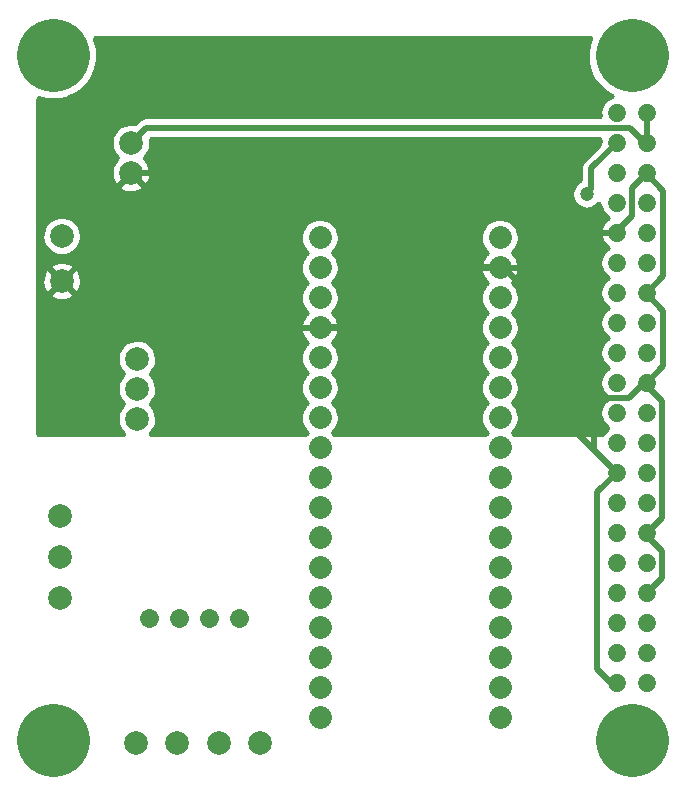
<source format=gtl>
G04 ( created by brdgerber.py ( brdgerber.py v0.1 2014-03-12 ) ) date 2021-01-26 02:29:11 EST*
G04 Gerber Fmt 3.4, Leading zero omitted, Abs format*
%MOIN*%
%FSLAX34Y34*%
G01*
G70*
G90*
G04 APERTURE LIST*
%ADD15C,0.0200*%
%ADD18C,0.0060*%
%ADD19C,0.0787*%
%ADD11C,0.0000*%
%ADD10C,0.0760*%
%ADD12C,0.0050*%
%ADD21C,0.0100*%
%ADD13C,0.0589*%
%ADD16C,0.0787*%
%ADD14C,0.2440*%
%ADD20C,0.0472*%
%ADD17C,0.0642*%
G04 APERTURE END LIST*
G54D15*
D10*
G01X-01600Y-09500D02*
G01X-01600Y-09500D01*
D10*
G01X-01600Y-08500D02*
G01X-01600Y-08500D01*
D10*
G01X-01600Y-07500D02*
G01X-01600Y-07500D01*
D10*
G01X-01600Y-06500D02*
G01X-01600Y-06500D01*
D10*
G01X-01600Y-05500D02*
G01X-01600Y-05500D01*
D10*
G01X-01600Y-04500D02*
G01X-01600Y-04500D01*
D10*
G01X-01600Y-03500D02*
G01X-01600Y-03500D01*
D10*
G01X-01600Y-02500D02*
G01X-01600Y-02500D01*
D10*
G01X-01600Y-01500D02*
G01X-01600Y-01500D01*
D10*
G01X-01600Y-00500D02*
G01X-01600Y-00500D01*
D10*
G01X-01600Y00500D02*
G01X-01600Y00500D01*
D10*
G01X04400Y03500D02*
G01X04400Y03500D01*
D10*
G01X04400Y02500D02*
G01X04400Y02500D01*
D10*
G01X-01600Y03500D02*
G01X-01600Y03500D01*
D10*
G01X-01600Y04500D02*
G01X-01600Y04500D01*
D10*
G01X-01600Y05500D02*
G01X-01600Y05500D01*
D10*
G01X-01600Y06500D02*
G01X-01600Y06500D01*
D10*
G01X04400Y06500D02*
G01X04400Y06500D01*
D10*
G01X04400Y05500D02*
G01X04400Y05500D01*
D10*
G01X04400Y04500D02*
G01X04400Y04500D01*
D10*
G01X-01600Y01500D02*
G01X-01600Y01500D01*
D10*
G01X-01600Y02500D02*
G01X-01600Y02500D01*
D10*
G01X04400Y01500D02*
G01X04400Y01500D01*
D10*
G01X04400Y00500D02*
G01X04400Y00500D01*
D10*
G01X04400Y-00500D02*
G01X04400Y-00500D01*
D10*
G01X04400Y-01500D02*
G01X04400Y-01500D01*
D10*
G01X04400Y-02500D02*
G01X04400Y-02500D01*
D10*
G01X04400Y-03500D02*
G01X04400Y-03500D01*
D10*
G01X04400Y-04500D02*
G01X04400Y-04500D01*
D10*
G01X04400Y-05500D02*
G01X04400Y-05500D01*
D10*
G01X04400Y-06500D02*
G01X04400Y-06500D01*
D10*
G01X04400Y-07500D02*
G01X04400Y-07500D01*
D10*
G01X04400Y-08500D02*
G01X04400Y-08500D01*
D10*
G01X04400Y-09500D02*
G01X04400Y-09500D01*
D13*
G01X08295Y10650D02*
G01X08295Y10650D01*
D13*
G01X09295Y10650D02*
G01X09295Y10650D01*
D13*
G01X08295Y09650D02*
G01X08295Y09650D01*
D13*
G01X09295Y09650D02*
G01X09295Y09650D01*
D13*
G01X08295Y08650D02*
G01X08295Y08650D01*
D13*
G01X09295Y08650D02*
G01X09295Y08650D01*
D13*
G01X08295Y07650D02*
G01X08295Y07650D01*
D13*
G01X09295Y07650D02*
G01X09295Y07650D01*
D13*
G01X08295Y06650D02*
G01X08295Y06650D01*
D13*
G01X09295Y06650D02*
G01X09295Y06650D01*
D13*
G01X08295Y05650D02*
G01X08295Y05650D01*
D13*
G01X09295Y05650D02*
G01X09295Y05650D01*
D13*
G01X08295Y04650D02*
G01X08295Y04650D01*
D13*
G01X09295Y04650D02*
G01X09295Y04650D01*
D13*
G01X08295Y03650D02*
G01X08295Y03650D01*
D13*
G01X09295Y03650D02*
G01X09295Y03650D01*
D13*
G01X08295Y02650D02*
G01X08295Y02650D01*
D13*
G01X09295Y02650D02*
G01X09295Y02650D01*
D13*
G01X08295Y01650D02*
G01X08295Y01650D01*
D13*
G01X09295Y01650D02*
G01X09295Y01650D01*
D13*
G01X08295Y00650D02*
G01X08295Y00650D01*
D13*
G01X09295Y00650D02*
G01X09295Y00650D01*
D13*
G01X08295Y-00350D02*
G01X08295Y-00350D01*
D13*
G01X09295Y-00350D02*
G01X09295Y-00350D01*
D13*
G01X08295Y-01350D02*
G01X08295Y-01350D01*
D13*
G01X09295Y-01350D02*
G01X09295Y-01350D01*
D13*
G01X08295Y-02350D02*
G01X08295Y-02350D01*
D13*
G01X09295Y-02350D02*
G01X09295Y-02350D01*
D13*
G01X08295Y-03350D02*
G01X08295Y-03350D01*
D13*
G01X09295Y-03350D02*
G01X09295Y-03350D01*
D13*
G01X08295Y-04350D02*
G01X08295Y-04350D01*
D13*
G01X09295Y-04350D02*
G01X09295Y-04350D01*
D13*
G01X08295Y-05350D02*
G01X08295Y-05350D01*
D13*
G01X09295Y-05350D02*
G01X09295Y-05350D01*
D13*
G01X08295Y-06350D02*
G01X08295Y-06350D01*
D13*
G01X09295Y-06350D02*
G01X09295Y-06350D01*
D13*
G01X08295Y-07350D02*
G01X08295Y-07350D01*
D13*
G01X09295Y-07350D02*
G01X09295Y-07350D01*
D13*
G01X08295Y-08350D02*
G01X08295Y-08350D01*
D13*
G01X09295Y-08350D02*
G01X09295Y-08350D01*
D14*
G01X-10496Y12568D02*
G01X-10496Y12568D01*
D14*
G01X08795Y12568D02*
G01X08795Y12568D01*
D14*
G01X08795Y-10267D02*
G01X08795Y-10267D01*
D14*
G01X-10496Y-10267D02*
G01X-10496Y-10267D01*
D16*
X-07900Y09650D03*
D16*
X-07900Y08650D03*
D16*
X-07700Y02450D03*
D16*
X-07700Y01450D03*
D16*
X-07700Y00450D03*
D16*
X-07728Y-10350D03*
D16*
X-06350Y-10350D03*
D16*
X-04972Y-10350D03*
D16*
X-03594Y-10350D03*
D17*
G01X-07300Y-06200D02*
G01X-07300Y-06200D01*
D17*
G01X-06300Y-06200D02*
G01X-06300Y-06200D01*
D17*
G01X-05300Y-06200D02*
G01X-05300Y-06200D01*
D17*
G01X-04300Y-06200D02*
G01X-04300Y-06200D01*
D16*
X-10250Y-02772D03*
D16*
X-10250Y-04150D03*
D16*
X-10250Y-05528D03*
D19*
X-10200Y06550D03*
D19*
X-10200Y05050D03*
D15*
G01X07300Y06650D02*
G01X05300Y08650D01*
D15*
G01X05300Y08650D02*
G01X-07900Y08650D01*
D15*
G01X08300Y06650D02*
G01X07300Y06650D01*
D15*
G01X-07400Y10150D02*
G01X-07900Y09650D01*
D15*
G01X08750Y10150D02*
G01X-07400Y10150D01*
D15*
G01X09300Y09650D02*
G01X09250Y09650D01*
D15*
G01X09250Y09650D02*
G01X08750Y10150D01*
D15*
G01X09300Y09650D02*
G01X09300Y10650D01*
D15*
G01X09300Y08650D02*
G01X09300Y08600D01*
D15*
G01X09300Y08600D02*
G01X09850Y08050D01*
D15*
G01X09850Y08050D02*
G01X09850Y05200D01*
D15*
G01X09850Y05200D02*
G01X09300Y04650D01*
D15*
G01X09300Y04650D02*
G01X09300Y04600D01*
D15*
G01X09300Y04600D02*
G01X09850Y04050D01*
D15*
G01X09850Y04050D02*
G01X09850Y02200D01*
D15*
G01X09850Y02200D02*
G01X09300Y01650D01*
D15*
G01X09300Y01650D02*
G01X09200Y01650D01*
D15*
G01X09200Y01650D02*
G01X08700Y01150D01*
D15*
G01X08700Y01150D02*
G01X08000Y01150D01*
D15*
G01X08000Y01150D02*
G01X07550Y00700D01*
D15*
G01X07550Y00700D02*
G01X07550Y-00600D01*
D15*
G01X07550Y-00600D02*
G01X08300Y-01350D01*
D15*
G01X09300Y01650D02*
G01X09300Y01550D01*
D15*
G01X09300Y01550D02*
G01X09800Y01050D01*
D15*
G01X09800Y01050D02*
G01X09800Y-02850D01*
D15*
G01X09800Y-02850D02*
G01X09300Y-03350D01*
D15*
G01X09300Y-03350D02*
G01X09300Y-03450D01*
D15*
G01X09300Y-03450D02*
G01X09800Y-03950D01*
D15*
G01X09800Y-03950D02*
G01X09800Y-04850D01*
D15*
G01X09800Y-04850D02*
G01X09300Y-05350D01*
D15*
G01X08300Y-08350D02*
G01X08100Y-08350D01*
D15*
G01X08100Y-08350D02*
G01X07650Y-07900D01*
D15*
G01X07650Y-07900D02*
G01X07650Y-02000D01*
D15*
G01X07650Y-02000D02*
G01X08300Y-01350D01*
D15*
G01X08300Y06650D02*
G01X08300Y06700D01*
D15*
G01X08300Y06700D02*
G01X08800Y07200D01*
D15*
G01X08800Y07200D02*
G01X08800Y08150D01*
D15*
G01X08800Y08150D02*
G01X09300Y08650D01*
D15*
G01X04400Y05500D02*
G01X04500Y05500D01*
D15*
G01X04500Y05500D02*
G01X05300Y04700D01*
D15*
G01X05300Y04700D02*
G01X05300Y00750D01*
D15*
G01X05300Y00750D02*
G01X06100Y-00050D01*
D15*
G01X06100Y-00050D02*
G01X07000Y-00050D01*
D15*
G01X07000Y-00050D02*
G01X07550Y-00600D01*
D15*
G01X04400Y05500D02*
G01X01400Y05500D01*
D15*
G01X01400Y05500D02*
G01X-00600Y03500D01*
D15*
G01X-00600Y03500D02*
G01X-01600Y03500D01*
D20*
X07300Y07950D03*
D15*
G01X07300Y07950D02*
G01X07450Y08100D01*
D15*
G01X07450Y08100D02*
G01X07450Y08800D01*
D15*
G01X07450Y08800D02*
G01X08300Y09650D01*
G36*
G01X07817Y-00085D02*
G01X07876Y-00003D01*
G01X07942Y00064D01*
G01X08018Y00124D01*
G01X08023Y00162D01*
G01X08000Y00193D01*
G01X07907Y00267D01*
G01X07844Y00347D01*
G01X07796Y00432D01*
G01X07768Y00514D01*
G01X07755Y00580D01*
G01X07751Y00675D01*
G01X07769Y00791D01*
G01X07806Y00890D01*
G01X07848Y00962D01*
G01X07912Y01038D01*
G01X08016Y01121D01*
G01X08024Y01161D01*
G01X08000Y01193D01*
G01X07907Y01267D01*
G01X07844Y01347D01*
G01X07796Y01432D01*
G01X07768Y01514D01*
G01X07755Y01580D01*
G01X07751Y01675D01*
G01X07769Y01791D01*
G01X07806Y01890D01*
G01X07848Y01962D01*
G01X07912Y02038D01*
G01X08016Y02121D01*
G01X08024Y02161D01*
G01X08000Y02193D01*
G01X07907Y02267D01*
G01X07844Y02347D01*
G01X07796Y02432D01*
G01X07768Y02514D01*
G01X07755Y02580D01*
G01X07751Y02675D01*
G01X07769Y02791D01*
G01X07806Y02890D01*
G01X07847Y02961D01*
G01X07912Y03038D01*
G01X08016Y03121D01*
G01X08024Y03161D01*
G01X08000Y03193D01*
G01X07907Y03267D01*
G01X07844Y03347D01*
G01X07796Y03432D01*
G01X07768Y03514D01*
G01X07755Y03580D01*
G01X07751Y03675D01*
G01X07769Y03791D01*
G01X07806Y03890D01*
G01X07847Y03961D01*
G01X07912Y04038D01*
G01X08016Y04121D01*
G01X08024Y04161D01*
G01X08000Y04193D01*
G01X07907Y04267D01*
G01X07844Y04347D01*
G01X07796Y04432D01*
G01X07768Y04514D01*
G01X07755Y04580D01*
G01X07751Y04675D01*
G01X07769Y04791D01*
G01X07806Y04890D01*
G01X07847Y04961D01*
G01X07912Y05038D01*
G01X08016Y05121D01*
G01X08024Y05161D01*
G01X08000Y05193D01*
G01X07907Y05268D01*
G01X07844Y05347D01*
G01X07796Y05432D01*
G01X07768Y05514D01*
G01X07755Y05580D01*
G01X05027Y05550D01*
G01X03774Y05550D01*
G01X-00971Y05535D01*
G01X-00973Y05439D01*
G01X-01000Y05309D01*
G01X-01055Y05184D01*
G01X-01127Y05084D01*
G01X-01176Y05041D01*
G01X-01193Y05010D01*
G01X-01185Y04976D01*
G01X-01075Y04849D01*
G01X-01015Y04733D01*
G01X-00979Y04606D01*
G01X-00971Y04535D01*
G01X-00973Y04439D01*
G01X-01000Y04309D01*
G01X-01055Y04184D01*
G01X-01127Y04084D01*
G01X-01176Y04041D01*
G01X-01193Y04010D01*
G01X-01185Y03976D01*
G01X-01075Y03849D01*
G01X-01015Y03733D01*
G01X-00979Y03606D01*
G01X-00973Y03550D01*
G01X-02226Y03550D01*
G01X-02225Y03576D01*
G01X-02193Y03712D01*
G01X-02139Y03827D01*
G01X-02059Y03931D01*
G01X-02023Y03961D01*
G01X-02006Y03989D01*
G01X-02010Y04022D01*
G01X-02094Y04109D01*
G01X-02165Y04222D01*
G01X-02210Y04345D01*
G01X-02230Y04484D01*
G01X-02225Y04576D01*
G01X-02193Y04712D01*
G01X-02138Y04828D01*
G01X-02059Y04931D01*
G01X-02023Y04961D01*
G01X-02006Y04989D01*
G01X-02010Y05022D01*
G01X-02094Y05109D01*
G01X-02165Y05222D01*
G01X-02210Y05345D01*
G01X-02230Y05484D01*
G01X-02225Y05576D01*
G01X-07485Y08165D01*
G01X-07539Y08118D01*
G01X-07652Y08057D01*
G01X-07778Y08019D01*
G01X-09562Y06473D01*
G01X-09577Y05210D01*
G01X-09558Y05089D01*
G01X-09562Y04974D01*
G01X-09590Y04846D01*
G01X-09646Y04723D01*
G01X-09713Y04633D01*
G01X-09785Y04565D01*
G01X-09852Y04510D01*
G01X-09971Y04449D01*
G01X-10091Y04416D01*
G01X-10236Y04407D01*
G01X-10361Y04427D01*
G01X-10485Y04473D01*
G01X-10607Y04552D01*
G01X-10617Y04562D01*
G01X-10687Y04633D01*
G01X-10700Y04646D01*
G01X-10779Y04770D01*
G01X-10825Y04897D01*
G01X-10843Y05018D01*
G01X-10837Y05134D01*
G01X-10805Y05268D01*
G01X-10752Y05380D01*
G01X-10686Y05466D01*
G01X-10616Y05537D01*
G01X-10562Y05583D01*
G01X-10431Y05650D01*
G01X-10308Y05684D01*
G01X-10239Y05692D01*
G01X-10120Y05688D01*
G01X-09989Y05658D01*
G01X-09874Y05605D01*
G01X-09783Y05538D01*
G01X-10200Y05121D01*
G01X-10616Y05537D01*
G01X-10686Y05466D01*
G01X-10271Y05050D01*
G01X-10687Y04633D01*
G01X-10617Y04562D01*
G01X-10200Y04979D01*
G01X-09785Y04565D01*
G01X-09713Y04633D01*
G01X-10129Y05050D01*
G01X-09711Y05468D01*
G01X-09705Y05461D01*
G01X-09626Y05339D01*
G01X-09577Y05210D01*
G01X-09562Y06473D01*
G01X-09590Y06346D01*
G01X-09646Y06223D01*
G01X-09731Y06109D01*
G01X-09852Y06010D01*
G01X-09971Y05949D01*
G01X-10091Y05916D01*
G01X-10236Y05907D01*
G01X-10361Y05927D01*
G01X-10485Y05973D01*
G01X-10607Y06052D01*
G01X-10700Y06146D01*
G01X-10779Y06271D01*
G01X-10825Y06397D01*
G01X-10843Y06518D01*
G01X-10837Y06634D01*
G01X-10805Y06768D01*
G01X-10752Y06880D01*
G01X-10660Y07000D01*
G01X-10562Y07083D01*
G01X-10431Y07150D01*
G01X-10308Y07184D01*
G01X-10239Y07192D01*
G01X-10120Y07188D01*
G01X-09989Y07158D01*
G01X-09874Y07105D01*
G01X-09768Y07027D01*
G01X-09705Y06961D01*
G01X-09626Y06839D01*
G01X-09577Y06710D01*
G01X-09558Y06589D01*
G01X-09562Y06473D01*
G01X-07778Y08019D01*
G01X-07907Y08007D01*
G01X-08050Y08025D01*
G01X-08167Y08064D01*
G01X-08282Y08133D01*
G01X-08315Y08164D01*
G01X-07900Y08579D01*
G01X-07485Y08165D01*
G01X-02225Y05576D01*
G01X-02193Y05712D01*
G01X-02139Y05827D01*
G01X-02059Y05931D01*
G01X-02023Y05961D01*
G01X-02006Y05989D01*
G01X-02010Y06022D01*
G01X-02094Y06109D01*
G01X-02165Y06222D01*
G01X-02210Y06345D01*
G01X-02230Y06484D01*
G01X-02225Y06576D01*
G01X-02193Y06712D01*
G01X-02139Y06827D01*
G01X-02057Y06934D01*
G01X-01944Y07028D01*
G01X-01823Y07089D01*
G01X-01698Y07122D01*
G01X-01628Y07129D01*
G01X-01531Y07126D01*
G01X-01398Y07097D01*
G01X-01281Y07043D01*
G01X-01174Y06964D01*
G01X-01075Y06849D01*
G01X-01015Y06733D01*
G01X-00979Y06606D01*
G01X-00971Y06535D01*
G01X-00973Y06439D01*
G01X-01000Y06309D01*
G01X-01055Y06184D01*
G01X-01127Y06084D01*
G01X-01176Y06041D01*
G01X-01193Y06010D01*
G01X-01185Y05976D01*
G01X-01075Y05849D01*
G01X-01015Y05733D01*
G01X-00979Y05606D01*
G01X-00971Y05535D01*
G01X03774Y05550D01*
G01X03775Y05576D01*
G01X03807Y05712D01*
G01X03861Y05827D01*
G01X03941Y05931D01*
G01X03977Y05961D01*
G01X03994Y05989D01*
G01X03990Y06022D01*
G01X03906Y06109D01*
G01X03835Y06222D01*
G01X03790Y06345D01*
G01X03770Y06484D01*
G01X03775Y06576D01*
G01X03807Y06712D01*
G01X03861Y06827D01*
G01X03943Y06934D01*
G01X04056Y07028D01*
G01X04177Y07089D01*
G01X04302Y07122D01*
G01X04372Y07129D01*
G01X04469Y07126D01*
G01X04602Y07097D01*
G01X04719Y07043D01*
G01X04826Y06964D01*
G01X04925Y06849D01*
G01X04985Y06733D01*
G01X05021Y06606D01*
G01X05029Y06535D01*
G01X05027Y06439D01*
G01X05000Y06309D01*
G01X04945Y06184D01*
G01X04873Y06084D01*
G01X04824Y06041D01*
G01X04807Y06010D01*
G01X04815Y05976D01*
G01X04925Y05849D01*
G01X04985Y05733D01*
G01X05021Y05606D01*
G01X05027Y05550D01*
G01X07755Y05580D01*
G01X07751Y05675D01*
G01X07769Y05791D01*
G01X07806Y05890D01*
G01X07847Y05961D01*
G01X07912Y06038D01*
G01X08016Y06121D01*
G01X08024Y06161D01*
G01X08000Y06193D01*
G01X07907Y06267D01*
G01X07842Y06349D01*
G01X07796Y06432D01*
G01X07767Y06518D01*
G01X07755Y06581D01*
G01X07754Y06600D01*
G01X08295Y06600D01*
G01X08295Y06700D01*
G01X07755Y06700D01*
G01X07769Y06791D01*
G01X07806Y06890D01*
G01X07847Y06960D01*
G01X07912Y07038D01*
G01X08016Y07121D01*
G01X08024Y07161D01*
G01X08000Y07193D01*
G01X07907Y07267D01*
G01X07844Y07347D01*
G01X07796Y07432D01*
G01X07768Y07514D01*
G01X07748Y07623D01*
G01X07711Y07649D01*
G01X07688Y07646D01*
G01X07554Y07535D01*
G01X07474Y07496D01*
G01X07390Y07473D01*
G01X07286Y07464D01*
G01X07203Y07475D01*
G01X07109Y07503D01*
G01X07043Y07538D01*
G01X06971Y07592D01*
G01X06918Y07649D01*
G01X06874Y07717D01*
G01X06837Y07802D01*
G01X06819Y07883D01*
G01X06815Y07989D01*
G01X06828Y08067D01*
G01X06859Y08156D01*
G01X06899Y08223D01*
G01X06954Y08290D01*
G01X07018Y08346D01*
G01X07078Y08381D01*
G01X07102Y08414D01*
G01X07101Y08810D01*
G01X07111Y08887D01*
G01X07138Y08959D01*
G01X07177Y09018D01*
G01X07748Y09595D01*
G01X07762Y09749D01*
G01X07756Y09782D01*
G01X07730Y09803D01*
G01X-07217Y09800D01*
G01X-07249Y09788D01*
G01X-07266Y09759D01*
G01X-07257Y09689D01*
G01X-07270Y09524D01*
G01X-07308Y09397D01*
G01X-07381Y09270D01*
G01X-07417Y09224D01*
G01X-07456Y09190D01*
G01X-07472Y09162D01*
G01X-07468Y09131D01*
G01X-07404Y09060D01*
G01X-07324Y08938D01*
G01X-07279Y08817D01*
G01X-07257Y08689D01*
G01X-07270Y08524D01*
G01X-07308Y08397D01*
G01X-07380Y08271D01*
G01X-07411Y08232D01*
G01X-07864Y08685D01*
G01X-07900Y08650D01*
G01X-07935Y08685D01*
G01X-08388Y08233D01*
G01X-08399Y08243D01*
G01X-08471Y08353D01*
G01X-08521Y08481D01*
G01X-08542Y08605D01*
G01X-08541Y08704D01*
G01X-08517Y08832D01*
G01X-08468Y08954D01*
G01X-08397Y09059D01*
G01X-08343Y09115D01*
G01X-08330Y09142D01*
G01X-08334Y09172D01*
G01X-08399Y09243D01*
G01X-08471Y09353D01*
G01X-08521Y09481D01*
G01X-08542Y09605D01*
G01X-08541Y09704D01*
G01X-08517Y09832D01*
G01X-08468Y09954D01*
G01X-08397Y10059D01*
G01X-08327Y10132D01*
G01X-08220Y10208D01*
G01X-08101Y10261D01*
G01X-07971Y10289D01*
G01X-07894Y10294D01*
G01X-07781Y10281D01*
G01X-07748Y10296D01*
G01X-07612Y10427D01*
G01X-07557Y10463D01*
G01X-07489Y10488D01*
G01X-07408Y10499D01*
G01X07728Y10499D01*
G01X07755Y10522D01*
G01X07760Y10556D01*
G01X07751Y10675D01*
G01X07769Y10791D01*
G01X07806Y10890D01*
G01X07847Y10960D01*
G01X07912Y11038D01*
G01X07992Y11101D01*
G01X08076Y11148D01*
G01X08145Y11176D01*
G01X08160Y11218D01*
G01X08152Y11240D01*
G01X07982Y11343D01*
G01X07828Y11461D01*
G01X07713Y11573D01*
G01X07590Y11726D01*
G01X07487Y11897D01*
G01X07402Y12097D01*
G01X07350Y12300D01*
G01X07326Y12510D01*
G01X07332Y12715D01*
G01X07363Y12900D01*
G01X07394Y13014D01*
G01X07440Y13137D01*
G01X07425Y13172D01*
G01X07390Y13187D01*
G01X-09107Y13183D01*
G01X-09135Y13155D01*
G01X-09134Y13117D01*
G01X-09083Y12975D01*
G01X-09041Y12774D01*
G01X-09030Y12675D01*
G01X-09030Y12464D01*
G01X-09058Y12267D01*
G01X-09122Y12045D01*
G01X-09204Y11867D01*
G01X-09309Y11703D01*
G01X-09456Y11530D01*
G01X-09627Y11383D01*
G01X-09788Y11280D01*
G01X-09962Y11198D01*
G01X-10069Y11161D01*
G01X-10275Y11115D01*
G01X-10526Y11098D01*
G01X-10742Y11120D01*
G01X-10973Y11175D01*
G01X-11008Y11160D01*
G01X-11022Y11125D01*
G01X-11020Y-00064D01*
G01X-11001Y-00089D01*
G01X-10972Y-00099D01*
G01X-08158Y-00094D01*
G01X-08140Y-00079D01*
G01X-08131Y-00058D01*
G01X-08132Y-00035D01*
G01X-08199Y00043D01*
G01X-08271Y00153D01*
G01X-08321Y00281D01*
G01X-08342Y00408D01*
G01X-08341Y00504D01*
G01X-08317Y00632D01*
G01X-08268Y00754D01*
G01X-08197Y00859D01*
G01X-08143Y00915D01*
G01X-08130Y00942D01*
G01X-08134Y00972D01*
G01X-08199Y01043D01*
G01X-08271Y01153D01*
G01X-08321Y01281D01*
G01X-08342Y01408D01*
G01X-08341Y01504D01*
G01X-08317Y01632D01*
G01X-08268Y01754D01*
G01X-08197Y01859D01*
G01X-08143Y01915D01*
G01X-08130Y01942D01*
G01X-08134Y01972D01*
G01X-08199Y02043D01*
G01X-08271Y02153D01*
G01X-08321Y02281D01*
G01X-08342Y02408D01*
G01X-08341Y02504D01*
G01X-08317Y02632D01*
G01X-08268Y02754D01*
G01X-08197Y02859D01*
G01X-08127Y02932D01*
G01X-08020Y03008D01*
G01X-07901Y03061D01*
G01X-07771Y03089D01*
G01X-07694Y03094D01*
G01X-07551Y03076D01*
G01X-07431Y03035D01*
G01X-07320Y02969D01*
G01X-07204Y02861D01*
G01X-07124Y02738D01*
G01X-07078Y02613D01*
G01X-07057Y02489D01*
G01X-07070Y02324D01*
G01X-07107Y02199D01*
G01X-07181Y02070D01*
G01X-07217Y02024D01*
G01X-07256Y01990D01*
G01X-07272Y01962D01*
G01X-07268Y01931D01*
G01X-07204Y01860D01*
G01X-07124Y01738D01*
G01X-07078Y01613D01*
G01X-07057Y01489D01*
G01X-07070Y01324D01*
G01X-07107Y01199D01*
G01X-07181Y01070D01*
G01X-07217Y01024D01*
G01X-07256Y00990D01*
G01X-07272Y00962D01*
G01X-07268Y00931D01*
G01X-07204Y00860D01*
G01X-07124Y00738D01*
G01X-07078Y00613D01*
G01X-07057Y00489D01*
G01X-07070Y00324D01*
G01X-07107Y00199D01*
G01X-07181Y00070D01*
G01X-07271Y-00031D01*
G01X-07274Y-00055D01*
G01X-07265Y-00077D01*
G01X-07247Y-00093D01*
G01X-07224Y-00099D01*
G01X-02098Y-00098D01*
G01X-02081Y-00092D01*
G01X-02023Y-00039D01*
G01X-02006Y-00011D01*
G01X-02010Y00022D01*
G01X-02095Y00110D01*
G01X-02165Y00222D01*
G01X-02210Y00345D01*
G01X-02230Y00484D01*
G01X-02225Y00576D01*
G01X-02193Y00712D01*
G01X-02139Y00827D01*
G01X-02059Y00931D01*
G01X-02023Y00961D01*
G01X-02006Y00989D01*
G01X-02010Y01022D01*
G01X-02094Y01109D01*
G01X-02165Y01222D01*
G01X-02210Y01345D01*
G01X-02230Y01484D01*
G01X-02225Y01576D01*
G01X-02193Y01712D01*
G01X-02139Y01827D01*
G01X-02059Y01931D01*
G01X-02023Y01961D01*
G01X-02006Y01989D01*
G01X-02010Y02022D01*
G01X-02094Y02109D01*
G01X-02165Y02222D01*
G01X-02210Y02345D01*
G01X-02230Y02484D01*
G01X-02225Y02576D01*
G01X-02193Y02712D01*
G01X-02139Y02827D01*
G01X-02059Y02931D01*
G01X-02023Y02961D01*
G01X-02006Y02989D01*
G01X-02010Y03022D01*
G01X-02094Y03109D01*
G01X-02165Y03222D01*
G01X-02210Y03345D01*
G01X-02225Y03450D01*
G01X-00973Y03450D01*
G01X-00973Y03439D01*
G01X-01000Y03309D01*
G01X-01055Y03184D01*
G01X-01127Y03084D01*
G01X-01176Y03041D01*
G01X-01193Y03010D01*
G01X-01185Y02976D01*
G01X-01075Y02849D01*
G01X-01015Y02733D01*
G01X-00979Y02606D01*
G01X-00971Y02535D01*
G01X-00973Y02439D01*
G01X-01000Y02309D01*
G01X-01055Y02184D01*
G01X-01127Y02084D01*
G01X-01176Y02041D01*
G01X-01193Y02010D01*
G01X-01185Y01976D01*
G01X-01075Y01849D01*
G01X-01015Y01733D01*
G01X-00979Y01606D01*
G01X-00971Y01535D01*
G01X-00973Y01439D01*
G01X-01000Y01309D01*
G01X-01055Y01184D01*
G01X-01127Y01084D01*
G01X-01176Y01041D01*
G01X-01193Y01010D01*
G01X-01185Y00976D01*
G01X-01075Y00849D01*
G01X-01015Y00733D01*
G01X-00979Y00606D01*
G01X-00971Y00535D01*
G01X-00973Y00439D01*
G01X-01000Y00309D01*
G01X-01055Y00184D01*
G01X-01127Y00084D01*
G01X-01187Y00027D01*
G01X-01192Y-00008D01*
G01X-01114Y-00096D01*
G01X03902Y-00098D01*
G01X03919Y-00092D01*
G01X03977Y-00039D01*
G01X03994Y-00011D01*
G01X03990Y00022D01*
G01X03905Y00110D01*
G01X03835Y00222D01*
G01X03790Y00345D01*
G01X03770Y00484D01*
G01X03775Y00576D01*
G01X03807Y00712D01*
G01X03861Y00827D01*
G01X03941Y00931D01*
G01X03977Y00961D01*
G01X03994Y00989D01*
G01X03990Y01022D01*
G01X03906Y01109D01*
G01X03835Y01222D01*
G01X03790Y01345D01*
G01X03770Y01484D01*
G01X03775Y01576D01*
G01X03807Y01712D01*
G01X03861Y01827D01*
G01X03941Y01931D01*
G01X03977Y01961D01*
G01X03994Y01989D01*
G01X03990Y02022D01*
G01X03906Y02109D01*
G01X03835Y02222D01*
G01X03790Y02345D01*
G01X03770Y02484D01*
G01X03775Y02576D01*
G01X03807Y02712D01*
G01X03861Y02827D01*
G01X03941Y02931D01*
G01X03977Y02961D01*
G01X03994Y02989D01*
G01X03990Y03022D01*
G01X03906Y03109D01*
G01X03835Y03222D01*
G01X03790Y03345D01*
G01X03770Y03484D01*
G01X03775Y03576D01*
G01X03807Y03712D01*
G01X03861Y03827D01*
G01X03941Y03931D01*
G01X03977Y03961D01*
G01X03994Y03989D01*
G01X03990Y04022D01*
G01X03906Y04109D01*
G01X03835Y04222D01*
G01X03790Y04345D01*
G01X03770Y04484D01*
G01X03775Y04576D01*
G01X03807Y04712D01*
G01X03862Y04828D01*
G01X03941Y04931D01*
G01X03977Y04961D01*
G01X03994Y04989D01*
G01X03990Y05022D01*
G01X03906Y05109D01*
G01X03835Y05222D01*
G01X03790Y05345D01*
G01X03775Y05450D01*
G01X05027Y05450D01*
G01X05027Y05439D01*
G01X05000Y05309D01*
G01X04945Y05184D01*
G01X04873Y05084D01*
G01X04824Y05041D01*
G01X04807Y05010D01*
G01X04815Y04976D01*
G01X04925Y04849D01*
G01X04985Y04733D01*
G01X05021Y04606D01*
G01X05029Y04535D01*
G01X05027Y04439D01*
G01X05000Y04309D01*
G01X04945Y04184D01*
G01X04873Y04084D01*
G01X04824Y04041D01*
G01X04807Y04010D01*
G01X04815Y03976D01*
G01X04925Y03849D01*
G01X04985Y03733D01*
G01X05021Y03606D01*
G01X05029Y03535D01*
G01X05027Y03439D01*
G01X05000Y03309D01*
G01X04945Y03184D01*
G01X04873Y03084D01*
G01X04824Y03041D01*
G01X04807Y03010D01*
G01X04815Y02976D01*
G01X04925Y02849D01*
G01X04985Y02733D01*
G01X05021Y02606D01*
G01X05029Y02535D01*
G01X05027Y02439D01*
G01X05000Y02309D01*
G01X04945Y02184D01*
G01X04873Y02084D01*
G01X04824Y02041D01*
G01X04807Y02010D01*
G01X04815Y01976D01*
G01X04925Y01849D01*
G01X04985Y01733D01*
G01X05021Y01606D01*
G01X05029Y01535D01*
G01X05027Y01439D01*
G01X05000Y01309D01*
G01X04945Y01184D01*
G01X04873Y01084D01*
G01X04824Y01041D01*
G01X04807Y01010D01*
G01X04815Y00976D01*
G01X04925Y00849D01*
G01X04985Y00733D01*
G01X05021Y00606D01*
G01X05029Y00535D01*
G01X05027Y00439D01*
G01X05000Y00309D01*
G01X04945Y00184D01*
G01X04873Y00084D01*
G01X04824Y00041D01*
G01X04807Y00010D01*
G01X04815Y-00024D01*
G01X04865Y-00081D01*
G01X04894Y-00098D01*
G01X07782Y-00099D01*
G01X07817Y-00085D01*
G01X07817Y-00085D01*
G37*
D21*
G01X-07778Y08019D02*
G01X-07778Y08019D01*
G01X-07652Y08057D01*
G01X-07539Y08118D01*
G01X-07485Y08165D01*
G01X-07900Y08579D01*
G01X-08315Y08164D01*
G01X-08282Y08133D01*
G01X-08167Y08064D01*
G01X-08050Y08025D01*
G01X-07907Y08007D01*
G01X-07778Y08019D01*
D21*
G01X-10091Y05916D02*
G01X-10091Y05916D01*
G01X-09971Y05949D01*
G01X-09852Y06010D01*
G01X-09731Y06109D01*
G01X-09646Y06223D01*
G01X-09590Y06346D01*
G01X-09562Y06473D01*
G01X-09558Y06589D01*
G01X-09577Y06710D01*
G01X-09626Y06839D01*
G01X-09705Y06961D01*
G01X-09768Y07027D01*
G01X-09874Y07105D01*
G01X-09989Y07158D01*
G01X-10120Y07188D01*
G01X-10239Y07192D01*
G01X-10308Y07184D01*
G01X-10431Y07150D01*
G01X-10562Y07083D01*
G01X-10660Y07000D01*
G01X-10752Y06880D01*
G01X-10805Y06768D01*
G01X-10837Y06634D01*
G01X-10843Y06518D01*
G01X-10825Y06397D01*
G01X-10779Y06271D01*
G01X-10700Y06146D01*
G01X-10607Y06052D01*
G01X-10485Y05973D01*
G01X-10361Y05927D01*
G01X-10236Y05907D01*
G01X-10236Y05907D01*
G01X-10091Y05916D01*
D21*
G01X05027Y05550D02*
G01X05027Y05550D01*
G01X05021Y05606D01*
G01X04985Y05733D01*
G01X04925Y05849D01*
G01X04815Y05976D01*
G01X04807Y06010D01*
G01X04824Y06041D01*
G01X04873Y06084D01*
G01X04945Y06184D01*
G01X05000Y06309D01*
G01X05027Y06439D01*
G01X05029Y06535D01*
G01X05021Y06606D01*
G01X04985Y06733D01*
G01X04925Y06849D01*
G01X04826Y06964D01*
G01X04719Y07043D01*
G01X04602Y07097D01*
G01X04469Y07126D01*
G01X04372Y07129D01*
G01X04302Y07122D01*
G01X04177Y07089D01*
G01X04056Y07028D01*
G01X03943Y06934D01*
G01X03861Y06827D01*
G01X03807Y06712D01*
G01X03775Y06576D01*
G01X03770Y06484D01*
G01X03790Y06345D01*
G01X03835Y06222D01*
G01X03906Y06109D01*
G01X03990Y06022D01*
G01X03994Y05989D01*
G01X03977Y05961D01*
G01X03941Y05931D01*
G01X03861Y05827D01*
G01X03807Y05712D01*
G01X03775Y05576D01*
G01X03774Y05550D01*
G01X03774Y05550D01*
G01X05027Y05550D01*
D21*
G01X-09783Y05538D02*
G01X-09783Y05538D01*
G01X-09874Y05605D01*
G01X-09989Y05658D01*
G01X-10120Y05688D01*
G01X-10239Y05692D01*
G01X-10308Y05684D01*
G01X-10431Y05650D01*
G01X-10562Y05583D01*
G01X-10616Y05537D01*
G01X-10200Y05121D01*
G01X-10200Y05121D01*
G01X-09783Y05538D01*
D21*
G01X-09646Y04723D02*
G01X-09646Y04723D01*
G01X-09590Y04846D01*
G01X-09562Y04974D01*
G01X-09558Y05089D01*
G01X-09577Y05210D01*
G01X-09626Y05339D01*
G01X-09705Y05461D01*
G01X-09711Y05468D01*
G01X-10129Y05050D01*
G01X-09713Y04633D01*
G01X-09713Y04633D01*
G01X-09646Y04723D01*
D21*
G01X-10271Y05050D02*
G01X-10271Y05050D01*
G01X-10686Y05466D01*
G01X-10752Y05380D01*
G01X-10805Y05268D01*
G01X-10837Y05134D01*
G01X-10843Y05018D01*
G01X-10825Y04897D01*
G01X-10779Y04770D01*
G01X-10700Y04646D01*
G01X-10687Y04633D01*
G01X-10687Y04633D01*
G01X-10271Y05050D01*
D21*
G01X-10091Y04416D02*
G01X-10091Y04416D01*
G01X-09971Y04449D01*
G01X-09852Y04510D01*
G01X-09785Y04565D01*
G01X-10200Y04979D01*
G01X-10617Y04562D01*
G01X-10607Y04552D01*
G01X-10485Y04473D01*
G01X-10361Y04427D01*
G01X-10236Y04407D01*
G01X-10236Y04407D01*
G01X-10091Y04416D01*
D21*
G01X-00973Y03550D02*
G01X-00973Y03550D01*
G01X-00979Y03606D01*
G01X-01015Y03733D01*
G01X-01075Y03849D01*
G01X-01185Y03976D01*
G01X-01193Y04010D01*
G01X-01176Y04041D01*
G01X-01127Y04084D01*
G01X-01055Y04184D01*
G01X-01000Y04309D01*
G01X-00973Y04439D01*
G01X-00971Y04535D01*
G01X-00979Y04606D01*
G01X-01015Y04733D01*
G01X-01075Y04849D01*
G01X-01185Y04976D01*
G01X-01193Y05010D01*
G01X-01176Y05041D01*
G01X-01127Y05084D01*
G01X-01055Y05184D01*
G01X-01000Y05309D01*
G01X-00973Y05439D01*
G01X-00971Y05535D01*
G01X-00979Y05606D01*
G01X-01015Y05733D01*
G01X-01075Y05849D01*
G01X-01185Y05976D01*
G01X-01193Y06010D01*
G01X-01176Y06041D01*
G01X-01127Y06084D01*
G01X-01055Y06184D01*
G01X-01000Y06309D01*
G01X-00973Y06439D01*
G01X-00971Y06535D01*
G01X-00979Y06606D01*
G01X-01015Y06733D01*
G01X-01075Y06849D01*
G01X-01174Y06964D01*
G01X-01281Y07043D01*
G01X-01398Y07097D01*
G01X-01531Y07126D01*
G01X-01628Y07129D01*
G01X-01698Y07122D01*
G01X-01823Y07089D01*
G01X-01944Y07028D01*
G01X-02057Y06934D01*
G01X-02139Y06827D01*
G01X-02193Y06712D01*
G01X-02225Y06576D01*
G01X-02230Y06484D01*
G01X-02210Y06345D01*
G01X-02165Y06222D01*
G01X-02094Y06109D01*
G01X-02010Y06022D01*
G01X-02006Y05989D01*
G01X-02023Y05961D01*
G01X-02059Y05931D01*
G01X-02139Y05827D01*
G01X-02193Y05712D01*
G01X-02225Y05576D01*
G01X-02230Y05484D01*
G01X-02210Y05345D01*
G01X-02165Y05222D01*
G01X-02094Y05109D01*
G01X-02010Y05022D01*
G01X-02006Y04989D01*
G01X-02023Y04961D01*
G01X-02059Y04931D01*
G01X-02138Y04828D01*
G01X-02193Y04712D01*
G01X-02225Y04576D01*
G01X-02230Y04484D01*
G01X-02210Y04345D01*
G01X-02165Y04222D01*
G01X-02094Y04109D01*
G01X-02010Y04022D01*
G01X-02006Y03989D01*
G01X-02023Y03961D01*
G01X-02059Y03931D01*
G01X-02139Y03827D01*
G01X-02193Y03712D01*
G01X-02225Y03576D01*
G01X-02226Y03550D01*
G01X-02226Y03550D01*
G01X-00973Y03550D01*
D21*
G01X-11001Y-00089D02*
G01X-11001Y-00089D01*
G01X-11020Y-00064D01*
G01X-11022Y11125D01*
G01X-11008Y11160D01*
G01X-10973Y11175D01*
G01X-10742Y11120D01*
G01X-10526Y11098D01*
G01X-10275Y11115D01*
G01X-10069Y11161D01*
G01X-09962Y11198D01*
G01X-09788Y11280D01*
G01X-09627Y11383D01*
G01X-09456Y11530D01*
G01X-09309Y11703D01*
G01X-09204Y11867D01*
G01X-09122Y12045D01*
G01X-09058Y12267D01*
G01X-09030Y12464D01*
G01X-09030Y12675D01*
G01X-09041Y12774D01*
G01X-09083Y12975D01*
G01X-09134Y13117D01*
G01X-09135Y13155D01*
G01X-09107Y13183D01*
G01X07390Y13187D01*
G01X07425Y13172D01*
G01X07440Y13137D01*
G01X07394Y13014D01*
G01X07363Y12900D01*
G01X07332Y12715D01*
G01X07326Y12510D01*
G01X07350Y12300D01*
G01X07402Y12097D01*
G01X07487Y11897D01*
G01X07590Y11726D01*
G01X07713Y11573D01*
G01X07828Y11461D01*
G01X07982Y11343D01*
G01X08152Y11240D01*
G01X08160Y11218D01*
G01X08145Y11176D01*
G01X08076Y11148D01*
G01X07992Y11101D01*
G01X07912Y11038D01*
G01X07847Y10960D01*
G01X07806Y10890D01*
G01X07769Y10791D01*
G01X07751Y10675D01*
G01X07760Y10556D01*
G01X07755Y10522D01*
G01X07728Y10499D01*
G01X-07408Y10499D01*
G01X-07489Y10488D01*
G01X-07557Y10463D01*
G01X-07612Y10427D01*
G01X-07748Y10296D01*
G01X-07781Y10281D01*
G01X-07894Y10294D01*
G01X-07971Y10289D01*
G01X-08101Y10261D01*
G01X-08220Y10208D01*
G01X-08327Y10132D01*
G01X-08397Y10059D01*
G01X-08468Y09954D01*
G01X-08517Y09832D01*
G01X-08541Y09704D01*
G01X-08542Y09605D01*
G01X-08521Y09481D01*
G01X-08471Y09353D01*
G01X-08399Y09243D01*
G01X-08334Y09172D01*
G01X-08330Y09142D01*
G01X-08343Y09115D01*
G01X-08397Y09059D01*
G01X-08468Y08954D01*
G01X-08517Y08832D01*
G01X-08541Y08704D01*
G01X-08542Y08605D01*
G01X-08521Y08481D01*
G01X-08471Y08353D01*
G01X-08399Y08243D01*
G01X-08388Y08233D01*
G01X-07935Y08685D01*
G01X-07900Y08650D01*
G01X-07865Y08685D01*
G01X-07411Y08232D01*
G01X-07380Y08271D01*
G01X-07308Y08397D01*
G01X-07270Y08524D01*
G01X-07257Y08689D01*
G01X-07279Y08817D01*
G01X-07324Y08938D01*
G01X-07404Y09060D01*
G01X-07468Y09131D01*
G01X-07472Y09162D01*
G01X-07456Y09190D01*
G01X-07417Y09224D01*
G01X-07381Y09270D01*
G01X-07308Y09397D01*
G01X-07270Y09524D01*
G01X-07257Y09689D01*
G01X-07266Y09759D01*
G01X-07249Y09788D01*
G01X-07217Y09800D01*
G01X07730Y09803D01*
G01X07756Y09782D01*
G01X07762Y09749D01*
G01X07748Y09595D01*
G01X07177Y09018D01*
G01X07138Y08959D01*
G01X07111Y08887D01*
G01X07101Y08810D01*
G01X07102Y08414D01*
G01X07078Y08381D01*
G01X07018Y08346D01*
G01X06954Y08290D01*
G01X06899Y08223D01*
G01X06859Y08156D01*
G01X06828Y08067D01*
G01X06815Y07989D01*
G01X06819Y07883D01*
G01X06837Y07802D01*
G01X06874Y07717D01*
G01X06918Y07649D01*
G01X06971Y07592D01*
G01X07043Y07538D01*
G01X07109Y07503D01*
G01X07203Y07475D01*
G01X07286Y07464D01*
G01X07390Y07473D01*
G01X07474Y07496D01*
G01X07554Y07535D01*
G01X07688Y07646D01*
G01X07711Y07649D01*
G01X07748Y07623D01*
G01X07768Y07514D01*
G01X07796Y07432D01*
G01X07844Y07347D01*
G01X07907Y07267D01*
G01X08000Y07193D01*
G01X08024Y07161D01*
G01X08016Y07121D01*
G01X07912Y07038D01*
G01X07847Y06960D01*
G01X07806Y06890D01*
G01X07769Y06791D01*
G01X07755Y06700D01*
G01X08295Y06700D01*
G01X08295Y06600D01*
G01X07754Y06600D01*
G01X07755Y06581D01*
G01X07767Y06518D01*
G01X07796Y06432D01*
G01X07842Y06349D01*
G01X07907Y06267D01*
G01X08000Y06193D01*
G01X08024Y06161D01*
G01X08016Y06121D01*
G01X07912Y06038D01*
G01X07847Y05961D01*
G01X07806Y05890D01*
G01X07769Y05791D01*
G01X07751Y05675D01*
G01X07755Y05580D01*
G01X07768Y05514D01*
G01X07796Y05432D01*
G01X07844Y05347D01*
G01X07907Y05268D01*
G01X08000Y05193D01*
G01X08024Y05161D01*
G01X08016Y05121D01*
G01X07912Y05038D01*
G01X07847Y04961D01*
G01X07806Y04890D01*
G01X07769Y04791D01*
G01X07751Y04675D01*
G01X07755Y04580D01*
G01X07768Y04514D01*
G01X07796Y04432D01*
G01X07844Y04347D01*
G01X07907Y04267D01*
G01X08000Y04193D01*
G01X08024Y04161D01*
G01X08016Y04121D01*
G01X07912Y04038D01*
G01X07847Y03961D01*
G01X07806Y03890D01*
G01X07769Y03791D01*
G01X07751Y03675D01*
G01X07755Y03580D01*
G01X07768Y03514D01*
G01X07796Y03432D01*
G01X07844Y03347D01*
G01X07907Y03267D01*
G01X08000Y03193D01*
G01X08024Y03161D01*
G01X08016Y03121D01*
G01X07912Y03038D01*
G01X07847Y02961D01*
G01X07806Y02890D01*
G01X07769Y02791D01*
G01X07751Y02675D01*
G01X07755Y02580D01*
G01X07768Y02514D01*
G01X07796Y02432D01*
G01X07844Y02347D01*
G01X07907Y02267D01*
G01X08000Y02193D01*
G01X08024Y02161D01*
G01X08016Y02121D01*
G01X07912Y02038D01*
G01X07848Y01962D01*
G01X07806Y01890D01*
G01X07769Y01791D01*
G01X07751Y01675D01*
G01X07755Y01580D01*
G01X07768Y01514D01*
G01X07796Y01432D01*
G01X07844Y01347D01*
G01X07907Y01267D01*
G01X08000Y01193D01*
G01X08024Y01161D01*
G01X08016Y01121D01*
G01X07912Y01038D01*
G01X07848Y00962D01*
G01X07806Y00890D01*
G01X07769Y00791D01*
G01X07751Y00675D01*
G01X07755Y00580D01*
G01X07768Y00514D01*
G01X07796Y00432D01*
G01X07844Y00347D01*
G01X07907Y00267D01*
G01X08000Y00193D01*
G01X08023Y00162D01*
G01X08018Y00124D01*
G01X07942Y00064D01*
G01X07876Y-00003D01*
G01X07817Y-00085D01*
G01X07782Y-00099D01*
G01X04894Y-00098D01*
G01X04865Y-00081D01*
G01X04815Y-00024D01*
G01X04807Y00010D01*
G01X04824Y00041D01*
G01X04873Y00084D01*
G01X04945Y00184D01*
G01X05000Y00309D01*
G01X05027Y00439D01*
G01X05029Y00535D01*
G01X05021Y00606D01*
G01X04985Y00733D01*
G01X04925Y00849D01*
G01X04815Y00976D01*
G01X04807Y01010D01*
G01X04824Y01041D01*
G01X04873Y01084D01*
G01X04945Y01184D01*
G01X05000Y01309D01*
G01X05027Y01439D01*
G01X05029Y01535D01*
G01X05021Y01606D01*
G01X04985Y01733D01*
G01X04925Y01849D01*
G01X04815Y01976D01*
G01X04807Y02010D01*
G01X04824Y02041D01*
G01X04873Y02084D01*
G01X04945Y02184D01*
G01X05000Y02309D01*
G01X05027Y02439D01*
G01X05029Y02535D01*
G01X05021Y02606D01*
G01X04985Y02733D01*
G01X04925Y02849D01*
G01X04815Y02976D01*
G01X04807Y03010D01*
G01X04824Y03041D01*
G01X04873Y03084D01*
G01X04945Y03184D01*
G01X05000Y03309D01*
G01X05027Y03439D01*
G01X05029Y03535D01*
G01X05021Y03606D01*
G01X04985Y03733D01*
G01X04925Y03849D01*
G01X04815Y03976D01*
G01X04807Y04010D01*
G01X04824Y04041D01*
G01X04873Y04084D01*
G01X04945Y04184D01*
G01X05000Y04309D01*
G01X05027Y04439D01*
G01X05029Y04535D01*
G01X05021Y04606D01*
G01X04985Y04733D01*
G01X04925Y04849D01*
G01X04815Y04976D01*
G01X04807Y05010D01*
G01X04824Y05041D01*
G01X04873Y05084D01*
G01X04945Y05184D01*
G01X05000Y05309D01*
G01X05027Y05439D01*
G01X05027Y05450D01*
G01X03775Y05450D01*
G01X03790Y05345D01*
G01X03835Y05222D01*
G01X03906Y05109D01*
G01X03990Y05022D01*
G01X03994Y04989D01*
G01X03977Y04961D01*
G01X03941Y04931D01*
G01X03862Y04828D01*
G01X03807Y04712D01*
G01X03775Y04576D01*
G01X03770Y04484D01*
G01X03790Y04345D01*
G01X03835Y04222D01*
G01X03906Y04109D01*
G01X03990Y04022D01*
G01X03994Y03989D01*
G01X03977Y03961D01*
G01X03941Y03931D01*
G01X03861Y03827D01*
G01X03807Y03712D01*
G01X03775Y03576D01*
G01X03770Y03484D01*
G01X03790Y03345D01*
G01X03835Y03222D01*
G01X03906Y03109D01*
G01X03990Y03022D01*
G01X03994Y02989D01*
G01X03977Y02961D01*
G01X03941Y02931D01*
G01X03861Y02827D01*
G01X03807Y02712D01*
G01X03775Y02576D01*
G01X03770Y02484D01*
G01X03790Y02345D01*
G01X03835Y02222D01*
G01X03906Y02109D01*
G01X03990Y02022D01*
G01X03994Y01989D01*
G01X03977Y01961D01*
G01X03941Y01931D01*
G01X03861Y01827D01*
G01X03807Y01712D01*
G01X03775Y01576D01*
G01X03770Y01484D01*
G01X03790Y01345D01*
G01X03835Y01222D01*
G01X03906Y01109D01*
G01X03990Y01022D01*
G01X03994Y00989D01*
G01X03977Y00961D01*
G01X03941Y00931D01*
G01X03861Y00827D01*
G01X03807Y00712D01*
G01X03775Y00576D01*
G01X03770Y00484D01*
G01X03790Y00345D01*
G01X03835Y00222D01*
G01X03905Y00110D01*
G01X03990Y00022D01*
G01X03994Y-00011D01*
G01X03977Y-00039D01*
G01X03919Y-00092D01*
G01X03902Y-00098D01*
G01X-01114Y-00096D01*
G01X-01192Y-00008D01*
G01X-01187Y00027D01*
G01X-01127Y00084D01*
G01X-01055Y00184D01*
G01X-01000Y00309D01*
G01X-00973Y00439D01*
G01X-00971Y00535D01*
G01X-00979Y00606D01*
G01X-01015Y00733D01*
G01X-01075Y00849D01*
G01X-01185Y00976D01*
G01X-01193Y01010D01*
G01X-01176Y01041D01*
G01X-01127Y01084D01*
G01X-01055Y01184D01*
G01X-01000Y01309D01*
G01X-00973Y01439D01*
G01X-00971Y01535D01*
G01X-00979Y01606D01*
G01X-01015Y01733D01*
G01X-01075Y01849D01*
G01X-01185Y01976D01*
G01X-01193Y02010D01*
G01X-01176Y02041D01*
G01X-01127Y02084D01*
G01X-01055Y02184D01*
G01X-01000Y02309D01*
G01X-00973Y02439D01*
G01X-00971Y02535D01*
G01X-00979Y02606D01*
G01X-01015Y02733D01*
G01X-01075Y02849D01*
G01X-01185Y02976D01*
G01X-01193Y03010D01*
G01X-01176Y03041D01*
G01X-01127Y03084D01*
G01X-01055Y03184D01*
G01X-01000Y03309D01*
G01X-00973Y03439D01*
G01X-00973Y03450D01*
G01X-02225Y03450D01*
G01X-02210Y03345D01*
G01X-02165Y03222D01*
G01X-02094Y03109D01*
G01X-02010Y03022D01*
G01X-02006Y02989D01*
G01X-02023Y02961D01*
G01X-02059Y02931D01*
G01X-02139Y02827D01*
G01X-02193Y02712D01*
G01X-02225Y02576D01*
G01X-02230Y02484D01*
G01X-02210Y02345D01*
G01X-02165Y02222D01*
G01X-02094Y02109D01*
G01X-02010Y02022D01*
G01X-02006Y01989D01*
G01X-02023Y01961D01*
G01X-02059Y01931D01*
G01X-02139Y01827D01*
G01X-02193Y01712D01*
G01X-02225Y01576D01*
G01X-02230Y01484D01*
G01X-02210Y01345D01*
G01X-02165Y01222D01*
G01X-02094Y01109D01*
G01X-02010Y01022D01*
G01X-02006Y00989D01*
G01X-02023Y00961D01*
G01X-02059Y00931D01*
G01X-02139Y00827D01*
G01X-02193Y00712D01*
G01X-02225Y00576D01*
G01X-02230Y00484D01*
G01X-02210Y00345D01*
G01X-02165Y00222D01*
G01X-02095Y00110D01*
G01X-02010Y00022D01*
G01X-02006Y-00011D01*
G01X-02023Y-00039D01*
G01X-02081Y-00092D01*
G01X-02098Y-00098D01*
G01X-07224Y-00099D01*
G01X-07247Y-00093D01*
G01X-07265Y-00077D01*
G01X-07274Y-00055D01*
G01X-07271Y-00031D01*
G01X-07181Y00070D01*
G01X-07107Y00199D01*
G01X-07070Y00324D01*
G01X-07057Y00489D01*
G01X-07078Y00613D01*
G01X-07124Y00738D01*
G01X-07204Y00860D01*
G01X-07268Y00931D01*
G01X-07272Y00962D01*
G01X-07256Y00990D01*
G01X-07217Y01024D01*
G01X-07181Y01070D01*
G01X-07107Y01199D01*
G01X-07070Y01324D01*
G01X-07057Y01489D01*
G01X-07078Y01613D01*
G01X-07124Y01738D01*
G01X-07204Y01860D01*
G01X-07268Y01931D01*
G01X-07272Y01962D01*
G01X-07256Y01990D01*
G01X-07217Y02024D01*
G01X-07181Y02070D01*
G01X-07107Y02199D01*
G01X-07070Y02324D01*
G01X-07057Y02489D01*
G01X-07078Y02613D01*
G01X-07124Y02738D01*
G01X-07204Y02861D01*
G01X-07320Y02969D01*
G01X-07431Y03035D01*
G01X-07551Y03076D01*
G01X-07694Y03094D01*
G01X-07771Y03089D01*
G01X-07901Y03061D01*
G01X-08020Y03008D01*
G01X-08127Y02932D01*
G01X-08197Y02859D01*
G01X-08268Y02754D01*
G01X-08317Y02632D01*
G01X-08341Y02504D01*
G01X-08342Y02408D01*
G01X-08321Y02281D01*
G01X-08271Y02153D01*
G01X-08199Y02043D01*
G01X-08134Y01972D01*
G01X-08130Y01942D01*
G01X-08143Y01915D01*
G01X-08197Y01859D01*
G01X-08268Y01754D01*
G01X-08317Y01632D01*
G01X-08341Y01504D01*
G01X-08342Y01408D01*
G01X-08321Y01281D01*
G01X-08271Y01153D01*
G01X-08199Y01043D01*
G01X-08134Y00972D01*
G01X-08130Y00942D01*
G01X-08143Y00915D01*
G01X-08197Y00859D01*
G01X-08268Y00754D01*
G01X-08317Y00632D01*
G01X-08341Y00504D01*
G01X-08342Y00408D01*
G01X-08321Y00281D01*
G01X-08271Y00153D01*
G01X-08199Y00043D01*
G01X-08132Y-00035D01*
G01X-08131Y-00058D01*
G01X-08140Y-00079D01*
G01X-08158Y-00094D01*
G01X-10972Y-00099D01*
G01X-10972Y-00099D01*
G01X-11001Y-00089D01*
M02*

</source>
